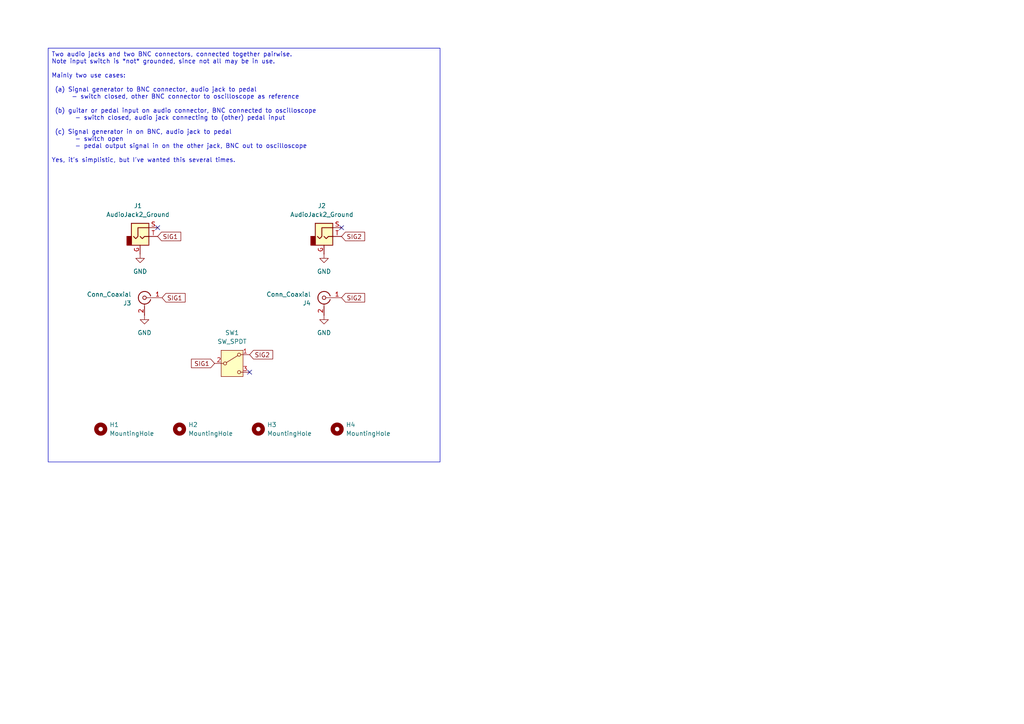
<source format=kicad_sch>
(kicad_sch (version 20250114) (generator "eeschema") (generator_version "9.0")
  (paper "A4")
  (title_block (title "Connected audio jacks and BNC connectors") (date "2025-04-03") (rev "v1.0"))
  (lib_symbols
    (symbol "Connector:Conn_Coaxial" (pin_names (offset 1.016) (hide yes))
      (property "Reference" "J" (at 0.254 3.048 0))
      (property "Value" "Conn_Coaxial" (at 2.921 0 90))
      (symbol "Conn_Coaxial_0_1"
        (polyline (pts (xy -2.54 0) (xy -0.508 0)))
        (arc (start 1.778 0) (mid 0.222 -1.8079) (end -1.778 -0.508) (stroke (width 0.254)))
        (arc (start -1.778 0.508) (mid 0.2221 1.8084) (end 1.778 0) (stroke (width 0.254)))
        (circle (center 0 0) (radius 0.508) (stroke (width 0.2032)))
        (polyline (pts (xy 0 -2.54) (xy 0 -1.778)))
      )
      (symbol "Conn_Coaxial_1_1"
        (pin passive line (at -5.08 0 0) (length 2.54) (name "In") (number "1"))
        (pin passive line (at 0 -5.08 90) (length 2.54) (name "Ext") (number "2"))
      )
    )
    (symbol "Connector_Audio:AudioJack2_Ground"
      (property "Reference" "J" (at 0 8.89 0))
      (property "Value" "AudioJack2_Ground" (at 0 6.35 0))
      (symbol "AudioJack2_Ground_0_1"
        (rectangle (start -2.54 -2.54) (end -3.81 0) (stroke (width 0.254)) (fill (type outline)))
        (polyline (pts (xy 0 0) (xy 0.635 -0.635) (xy 1.27 0) (xy 2.54 0)) (stroke (width 0.254)))
        (rectangle (start 2.54 3.81) (end -2.54 -2.54) (stroke (width 0.254)) (fill (type background)))
        (polyline (pts (xy 2.54 2.54) (xy -0.635 2.54) (xy -0.635 0) (xy -1.27 -0.635) (xy -1.905 0)) (stroke (width 0.254)))
      )
      (symbol "AudioJack2_Ground_1_1"
        (pin passive line (at 0 -5.08 90) (length 2.54) (name "~") (number "G"))
        (pin passive line (at 5.08 2.54 180) (length 2.54) (name "~") (number "S"))
        (pin passive line (at 5.08 0 180) (length 2.54) (name "~") (number "T"))
      )
    )
    (symbol "Mechanical:MountingHole" (pin_names (offset 1.016)) (exclude_from_sim yes) (in_bom no)
      (property "Reference" "H" (at 0 5.08 0))
      (property "Value" "MountingHole" (at 0 3.175 0))
      (symbol "MountingHole_0_1"
        (circle (center 0 0) (radius 1.27) (stroke (width 1.27)))
      )
    )
    (symbol "Switch:SW_SPDT" (pin_names (offset 0) (hide yes))
      (property "Reference" "SW" (at 0 5.08 0))
      (property "Value" "SW_SPDT" (at 0 -5.08 0))
      (symbol "SW_SPDT_0_1"
        (circle (center -2.032 0) (radius 0.4572))
        (polyline (pts (xy -1.651 0.254) (xy 1.651 2.286)))
        (circle (center 2.032 2.54) (radius 0.4572))
        (circle (center 2.032 -2.54) (radius 0.4572))
      )
      (symbol "SW_SPDT_1_1"
        (rectangle (start -3.175 3.81) (end 3.175 -3.81) (fill (type background)))
        (pin passive line (at -5.08 0 0) (length 2.54) (name "B") (number "2"))
        (pin passive line (at 5.08 2.54 180) (length 2.54) (name "A") (number "1"))
        (pin passive line (at 5.08 -2.54 180) (length 2.54) (name "C") (number "3"))
      )
    )
    (symbol "power:GND" (power) (pin_numbers (hide yes)) (pin_names (offset 0) (hide yes))
      (property "Value" "GND" (at 0 -3.81 0))
      (symbol "GND_0_1"
        (polyline (pts (xy 0 0) (xy 0 -1.27) (xy 1.27 -1.27) (xy 0 -2.54) (xy -1.27 -1.27) (xy 0 -1.27)))
      )
      (symbol "GND_1_1"
        (pin power_in line (at 0 0 270) (length 0) (name "~") (number "1"))
      )
    )
  )
  (text_box "Two audio jacks and two BNC connectors, connected together pairwise.\nNote input switch is *not* grounded, since not all may be in use.\n\nMainly two use cases:\n\n (a) Signal generator to BNC connector, audio jack to pedal\n      - switch closed, other BNC connector to oscilloscope as reference\n\n (b) guitar or pedal input on audio connector, BNC connected to oscilloscope\n       - switch closed, audio jack connecting to (other) pedal input\n\n (c) Signal generator in on BNC, audio jack to pedal\n       - switch open\n       - pedal output signal in on the other jack, BNC out to oscilloscope\n\nYes, it's simplistic, but I've wanted this several times." (at 13.97 13.97 0) (size 113.665 120.015) (margins 0.9525 0.9525 0.9525 0.9525) (effects (font (size 1.27 1.27)) (justify left top)))
  (no_connect (at 72.39 107.95))
  (no_connect (at 99.06 66.04))
  (no_connect (at 45.72 66.04))
  (global_label "SIG2" (shape input) (at 99.06 86.36 0) (property "Intersheetrefs" "${INTERSHEET_REFS}" (effects (hide yes))))
  (global_label "SIG2" (shape input) (at 99.06 68.58 0) (property "Intersheetrefs" "${INTERSHEET_REFS}" (effects (hide yes))))
  (global_label "SIG1" (shape input) (at 46.99 86.36 0) (property "Intersheetrefs" "${INTERSHEET_REFS}" (effects (hide yes))))
  (global_label "SIG1" (shape input) (at 62.23 105.41 180) (property "Intersheetrefs" "${INTERSHEET_REFS}" (effects (hide yes))))
  (global_label "SIG1" (shape input) (at 45.72 68.58 0) (property "Intersheetrefs" "${INTERSHEET_REFS}" (effects (hide yes))))
  (global_label "SIG2" (shape input) (at 72.39 102.87 0) (property "Intersheetrefs" "${INTERSHEET_REFS}" (effects (hide yes))))
  (symbol (lib_id "Mechanical:MountingHole") (at 74.93 124.46 0) (unit 1) (exclude_from_sim yes) (in_bom no)
    (property "Reference" "H3" (at 77.47 123.1899 0) (effects (justify left)))
    (property "Value" "MountingHole" (at 77.47 125.7299 0) (effects (justify left)))
    (property "Footprint" "MountingHole:MountingHole_3mm" (effects (hide yes)))
    (property "Description" "Mounting Hole without connection" (effects (hide yes)))
  )
  (symbol (lib_id "power:GND") (at 40.64 73.66 0) (unit 1)
    (property "Reference" "#PWR01" (effects (hide yes)))
    (property "Value" "GND" (at 40.64 78.74 0))
    (property "Description" "Power symbol creates a global label with name \"GND\" , ground" (effects (hide yes)))
  )
  (symbol (lib_id "Connector_Audio:AudioJack2_Ground") (at 40.64 68.58 0) (unit 1)
    (property "Reference" "J1" (at 40.005 59.69 0))
    (property "Value" "AudioJack2_Ground" (at 40.005 62.23 0))
    (property "Footprint" "Mylib:CK-6.35" (effects (hide yes)))
    (property "Description" "Audio Jack, 2 Poles (Mono / TS), Grounded Sleeve" (effects (hide yes)))
  )
  (symbol (lib_id "power:GND") (at 93.98 91.44 0) (unit 1)
    (property "Reference" "#PWR04" (effects (hide yes)))
    (property "Value" "GND" (at 93.98 96.52 0))
    (property "Description" "Power symbol creates a global label with name \"GND\" , ground" (effects (hide yes)))
  )
  (symbol (lib_id "Mechanical:MountingHole") (at 97.79 124.46 0) (unit 1) (exclude_from_sim yes) (in_bom no)
    (property "Reference" "H4" (at 100.33 123.1899 0) (effects (justify left)))
    (property "Value" "MountingHole" (at 100.33 125.7299 0) (effects (justify left)))
    (property "Footprint" "MountingHole:MountingHole_3mm" (effects (hide yes)))
    (property "Description" "Mounting Hole without connection" (effects (hide yes)))
  )
  (symbol (lib_id "power:GND") (at 41.91 91.44 0) (unit 1)
    (property "Reference" "#PWR03" (effects (hide yes)))
    (property "Value" "GND" (at 41.91 96.52 0))
    (property "Description" "Power symbol creates a global label with name \"GND\" , ground" (effects (hide yes)))
  )
  (symbol (lib_id "Switch:SW_SPDT") (at 67.31 105.41 0) (unit 1)
    (property "Reference" "SW1" (at 67.31 96.52 0))
    (property "Value" "SW_SPDT" (at 67.31 99.06 0))
    (property "Footprint" "Mylib:Tayda Toggle SPDT" (effects (hide yes)))
    (property "Description" "Switch, single pole double throw" (effects (hide yes)))
  )
  (symbol (lib_id "Connector:Conn_Coaxial") (at 93.98 86.36 0) (mirror y) (unit 1)
    (property "Reference" "J4" (at 90.17 87.9233 0) (effects (justify left)))
    (property "Value" "Conn_Coaxial" (at 90.17 85.3833 0) (effects (justify left)))
    (property "Footprint" "Connector_Coaxial:BNC_TEConnectivity_1478204_Vertical" (effects (hide yes)))
    (property "Description" "coaxial connector (BNC, SMA, SMB, SMC, Cinch/RCA, LEMO, ...)" (effects (hide yes)))
  )
  (symbol (lib_id "Mechanical:MountingHole") (at 29.21 124.46 0) (unit 1) (exclude_from_sim yes) (in_bom no)
    (property "Reference" "H1" (at 31.75 123.1899 0) (effects (justify left)))
    (property "Value" "MountingHole" (at 31.75 125.7299 0) (effects (justify left)))
    (property "Footprint" "MountingHole:MountingHole_3mm" (effects (hide yes)))
    (property "Description" "Mounting Hole without connection" (effects (hide yes)))
  )
  (symbol (lib_id "power:GND") (at 93.98 73.66 0) (unit 1)
    (property "Reference" "#PWR02" (effects (hide yes)))
    (property "Value" "GND" (at 93.98 78.74 0))
    (property "Description" "Power symbol creates a global label with name \"GND\" , ground" (effects (hide yes)))
  )
  (symbol (lib_id "Connector:Conn_Coaxial") (at 41.91 86.36 0) (mirror y) (unit 1)
    (property "Reference" "J3" (at 38.1 87.9233 0) (effects (justify left)))
    (property "Value" "Conn_Coaxial" (at 38.1 85.3833 0) (effects (justify left)))
    (property "Footprint" "Connector_Coaxial:BNC_TEConnectivity_1478204_Vertical" (effects (hide yes)))
    (property "Description" "coaxial connector (BNC, SMA, SMB, SMC, Cinch/RCA, LEMO, ...)" (effects (hide yes)))
  )
  (symbol (lib_id "Connector_Audio:AudioJack2_Ground") (at 93.98 68.58 0) (unit 1)
    (property "Reference" "J2" (at 93.345 59.69 0))
    (property "Value" "AudioJack2_Ground" (at 93.345 62.23 0))
    (property "Footprint" "Mylib:CK-6.35" (effects (hide yes)))
    (property "Description" "Audio Jack, 2 Poles (Mono / TS), Grounded Sleeve" (effects (hide yes)))
  )
  (symbol (lib_id "Mechanical:MountingHole") (at 52.07 124.46 0) (unit 1) (exclude_from_sim yes) (in_bom no)
    (property "Reference" "H2" (at 54.61 123.1899 0) (effects (justify left)))
    (property "Value" "MountingHole" (at 54.61 125.7299 0) (effects (justify left)))
    (property "Footprint" "MountingHole:MountingHole_3mm" (effects (hide yes)))
    (property "Description" "Mounting Hole without connection" (effects (hide yes)))
  )
)
</source>
